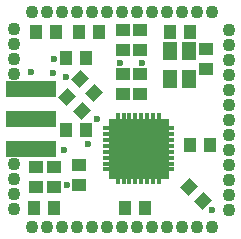
<source format=gbr>
%FSLAX23Y23*%
%MOMM*%
G04 EasyPC Gerber Version 16.0.6 Build 3249 *
%ADD129R,0.40240X0.55240*%
%ADD134R,1.15240X1.55240*%
%ADD10C,0.10000*%
%ADD99C,0.60000*%
%ADD133C,1.10240*%
%ADD131C,1.45240*%
%ADD130R,0.55240X0.40240*%
%ADD132R,4.35240X1.35240*%
%AMT96*0 Rounded Rectangle Pad at angle 0*4,1,12,-0.43140,-0.57620,0.43140,-0.57620,0.49840,-0.54840,0.52620,-0.48140,0.52620,0.48140,0.49840,0.54840,0.43140,0.57620,-0.43140,0.57620,-0.49840,0.54840,-0.52620,0.48140,-0.52620,-0.48140,-0.49840,-0.54840,-0.43140,-0.57620,0*%
%ADD96T96*%
%AMT89*0 Rounded Rectangle Pad at angle 90*4,1,12,0.57620,-0.43140,0.57620,0.43140,0.54840,0.49840,0.48140,0.52620,-0.48140,0.52620,-0.54840,0.49840,-0.57620,0.43140,-0.57620,-0.43140,-0.54840,-0.49840,-0.48140,-0.52620,0.48140,-0.52620,0.54840,-0.49840,0.57620,-0.43140,0*%
%ADD89T89*%
%AMT135*0 Rounded Rectangle Pad at angle 135*4,1,12,0.71250,0.10240,0.10240,0.71250,0.03540,0.74030,-0.03170,0.71250,-0.71250,0.03170,-0.74030,-0.03530,-0.71250,-0.10240,-0.10240,-0.71250,-0.03540,-0.74030,0.03170,-0.71250,0.71250,-0.03170,0.74030,0.03530,0.71250,0.10240,0*%
%ADD135T135*%
X0Y0D02*
D02*
D10*
X17000Y11875D02*
X22000D01*
Y6875*
X17000*
Y11875*
G36*
X22000*
Y6875*
X17000*
Y11875*
G37*
D02*
D89*
X10800Y6125D03*
Y7825D03*
X12400Y6125D03*
Y7825D03*
X14500Y6325D03*
Y8025D03*
X18200Y14025D03*
Y15725D03*
Y17725D03*
Y19425D03*
X19600Y14025D03*
Y15725D03*
Y17725D03*
Y19425D03*
X25200Y16125D03*
Y17825D03*
D02*
D96*
X10650Y4375D03*
X10850Y19275D03*
X12350Y4375D03*
X12550Y19275D03*
X13350Y10975D03*
X13400Y17075D03*
X14450Y19275D03*
X15050Y10975D03*
X15100Y17075D03*
X16150Y19275D03*
X18400Y4375D03*
X20100D03*
X22150Y19275D03*
X23850Y9675D03*
Y19275D03*
X25550Y9675D03*
D02*
D99*
X10400Y15875D03*
X12300Y15775D03*
X12350Y16975D03*
X13200Y9275D03*
X13400Y15475D03*
X13500Y6275D03*
X15200Y9775D03*
X16000Y11875D03*
X17950Y16675D03*
X19800D03*
X25750Y4176D03*
D02*
D129*
X17750Y6625D03*
Y12125D03*
X18250Y6625D03*
Y12125D03*
X18750Y6625D03*
Y12125D03*
X19250Y6625D03*
Y12125D03*
X19750Y6625D03*
Y12125D03*
X20250Y6625D03*
Y12125D03*
X20750Y6625D03*
Y12125D03*
X21250Y6625D03*
Y12125D03*
D02*
D130*
X16750Y7625D03*
Y8125D03*
Y8625D03*
Y9125D03*
Y9625D03*
Y10125D03*
Y10625D03*
Y11125D03*
X22250Y7625D03*
Y8125D03*
Y8625D03*
Y9125D03*
Y9625D03*
Y10125D03*
Y10625D03*
Y11125D03*
D02*
D131*
X18500Y8475D03*
Y10375D03*
X20400Y8475D03*
Y10375D03*
D02*
D132*
X10450Y9395D03*
Y11935D03*
Y14475D03*
D02*
D133*
X9000Y4315D03*
Y5585D03*
Y6855D03*
Y8125D03*
Y15745D03*
Y17015D03*
Y18285D03*
Y19555D03*
X10470Y2775D03*
Y20995D03*
X11740Y2775D03*
Y20995D03*
X13010Y2775D03*
Y20995D03*
X14280Y2775D03*
Y20995D03*
X15550Y2775D03*
Y20995D03*
X16820Y2775D03*
Y20995D03*
X18090Y2775D03*
Y20995D03*
X19360Y2775D03*
Y20995D03*
X20630Y2775D03*
Y20995D03*
X21900Y2775D03*
Y20995D03*
X23170Y2775D03*
Y20995D03*
X24440Y2775D03*
Y20995D03*
X25710Y2775D03*
Y20995D03*
X27180Y4235D03*
Y5505D03*
Y6775D03*
Y8045D03*
Y9315D03*
Y10585D03*
Y11855D03*
Y13125D03*
Y14395D03*
Y15665D03*
Y16935D03*
Y18205D03*
Y19475D03*
D02*
D134*
X22150Y15275D03*
Y17675D03*
X23750Y15275D03*
Y17675D03*
D02*
D135*
X13499Y13776D03*
X14549Y15276D03*
X14701Y12574D03*
X15751Y14074D03*
X23799Y6176D03*
X25001Y4974D03*
X0Y0D02*
M02*

</source>
